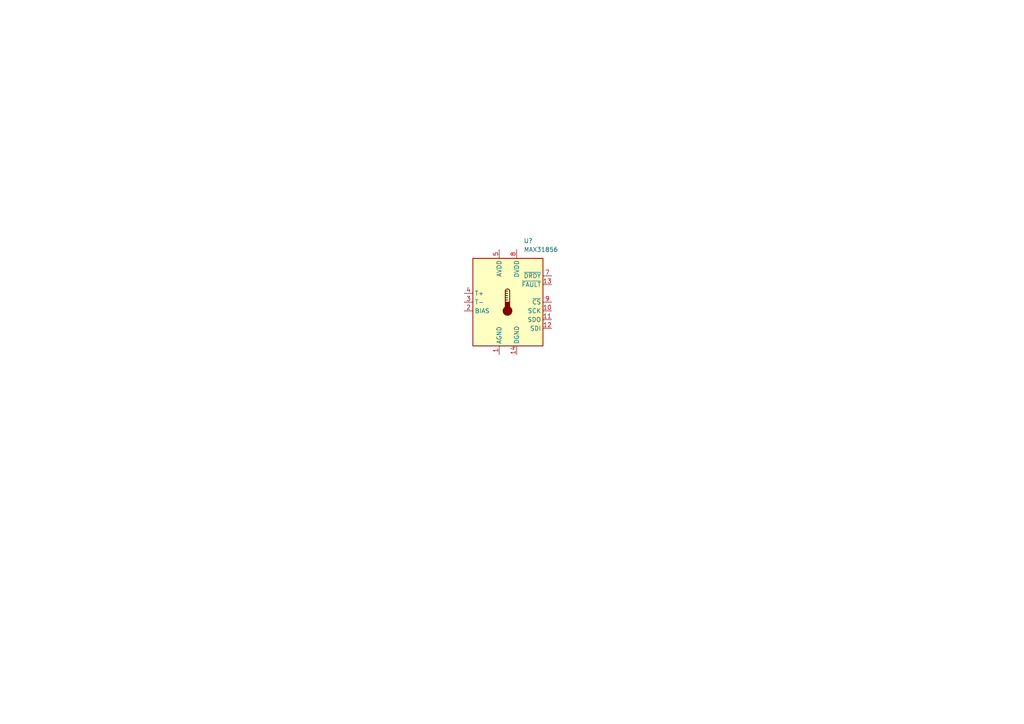
<source format=kicad_sch>
(kicad_sch (version 20211123) (generator eeschema)
  (paper "A4")
  (lib_symbols
    (symbol "Sensor_Temperature:MAX31856"
      (property "Reference" "U" (at -7.62 13.97 0))
      (property "Value" "MAX31856" (at 13.97 13.97 0))
      (symbol "MAX31856_0_1"
        (rectangle (start -10.16 12.7) (end 10.16 -12.7) (stroke (width 0.254)) (fill (type background)))
        (circle (center -0.127 -2.54) (radius 1.27) (stroke (width 0.254)) (fill (type outline)))
        (polyline (pts (xy -0.762 0.635) (xy -0.127 0.635)) (stroke (width 0.254)))
        (polyline (pts (xy -0.762 1.27) (xy -0.127 1.27)) (stroke (width 0.254)))
        (polyline (pts (xy -0.762 1.905) (xy -0.127 1.905)) (stroke (width 0.254)))
        (polyline (pts (xy -0.762 2.54) (xy -0.127 2.54)) (stroke (width 0.254)))
        (polyline (pts (xy -0.762 3.175) (xy -0.762 0)) (stroke (width 0.254)))
        (polyline (pts (xy -0.762 3.175) (xy -0.127 3.175)) (stroke (width 0.254)))
        (polyline (pts (xy 0.508 3.175) (xy 0.508 0)) (stroke (width 0.254)))
        (rectangle (start 0.508 -1.905) (end -0.762 0) (stroke (width 0.254)) (fill (type outline)))
        (arc (start 0.508 3.175) (mid -0.127 3.81) (end -0.762 3.175) (stroke (width 0.254)))
      )
      (symbol "MAX31856_1_1"
        (pin power_in line (at -2.54 -15.24 90) (length 2.54) (name "AGND") (number "1"))
        (pin input line (at 12.7 -2.54 180) (length 2.54) (name "SCK") (number "10"))
        (pin output line (at 12.7 -5.08 180) (length 2.54) (name "SDO") (number "11"))
        (pin input line (at 12.7 -7.62 180) (length 2.54) (name "SDI") (number "12"))
        (pin output line (at 12.7 5.08 180) (length 2.54) (name "~{FAULT}") (number "13"))
        (pin power_in line (at 2.54 -15.24 90) (length 2.54) (name "DGND") (number "14"))
        (pin input line (at -12.7 -2.54 0) (length 2.54) (name "BIAS") (number "2"))
        (pin input line (at -12.7 0 0) (length 2.54) (name "T-") (number "3"))
        (pin input line (at -12.7 2.54 0) (length 2.54) (name "T+") (number "4"))
        (pin power_in line (at -2.54 15.24 270) (length 2.54) (name "AVDD") (number "5"))
        (pin no_connect line (at -10.16 -7.62 0) (length 2.54) hide (name "DNC") (number "6"))
        (pin output line (at 12.7 7.62 180) (length 2.54) (name "~{DRDY}") (number "7"))
        (pin power_in line (at 2.54 15.24 270) (length 2.54) (name "DVDD") (number "8"))
        (pin input line (at 12.7 0 180) (length 2.54) (name "~{CS}") (number "9"))
      )
    )
  )
  (symbol (lib_id "Sensor_Temperature:MAX31856") (at 147.32 87.63 0) (unit 1)
    (property "Reference" "U?" (at 151.8794 69.85 0) (effects (justify left)))
    (property "Value" "MAX31856" (at 151.8794 72.39 0) (effects (justify left)))
    (property "Footprint" "Package_SO:TSSOP-14_4.4x5mm_P0.65mm" (effects hide))
    (property "Datasheet" "https://datasheets.maximintegrated.com/en/ds/MAX31856.pdf" (effects hide))
  )
)
</source>
